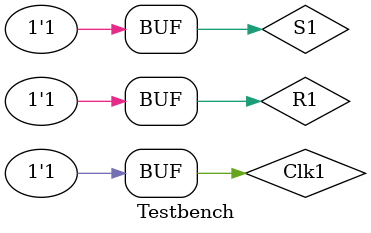
<source format=v>
`timescale 1ns /1ns
module Testbench();

reg R1,S1,Clk1;
wire Q1;

part1 CompToTest(R1,S1,Clk1,Q1);

initial begin

R1<=0;S1<=0;Clk1<=0;
#20
R1<=0;S1<=0;Clk1<=1;
#20
R1<=0;S1<=1;Clk1<=0;
#20
R1<=0;S1<=1;Clk1<=1;
#20
R1<=1;S1<=0;Clk1<=0;
#20
R1<=1;S1<=0;Clk1<=1;
#20
R1<=1;S1<=1;Clk1<=0;
#20
R1<=1;S1<=1;Clk1<=1;

end
endmodule

</source>
